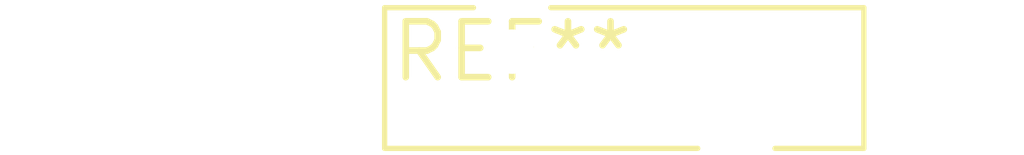
<source format=kicad_pcb>
(kicad_pcb (version 20240108) (generator pcbnew)
  (layers (0 "F.Cu" signal) (31 "B.Cu" signal) (34 "B.Paste" user) (35 "F.Paste" user) (36 "B.SilkS" user "B.Silkscreen") (37 "F.SilkS" user "F.Silkscreen") (38 "B.Mask" user) (39 "F.Mask" user) (44 "Edge.Cuts" user))
  (net 0 "")
  (footprint "Fuse_Bourns_MF-RG600" (layer "F.Cu") (at 0 0)
    (property "Reference" "REF**")
    (property "Value" "Fuse_Bourns_MF-RG600")
    (fp_line (start -2.9 -1) (end -2.9 2.2) (layer "F.SilkS") (stroke (width 0.12)))
    (fp_line (start -2.9 -1) (end -0.879 -1) (layer "F.SilkS") (stroke (width 0.12)))
    (fp_line (start -2.9 2.2) (end 4.222 2.2) (layer "F.SilkS") (stroke (width 0.12)))
    (fp_line (start 0.879 -1) (end 8 -1) (layer "F.SilkS") (stroke (width 0.12)))
    (fp_line (start 5.979 2.2) (end 8 2.2) (layer "F.SilkS") (stroke (width 0.12)))
    (fp_line (start 8 -1) (end 8 2.2) (layer "F.SilkS") (stroke (width 0.12)))
    (pad "1" thru_hole circle (at 0 0) (size 2.01 2.01) (drill 1.01) (layers *.Cu *.Mask) (remove_unused_layers))
    (pad "2" thru_hole circle (at 5.1 1.2) (size 2.01 2.01) (drill 1.01) (layers *.Cu *.Mask) (remove_unused_layers))
  )
)
</source>
